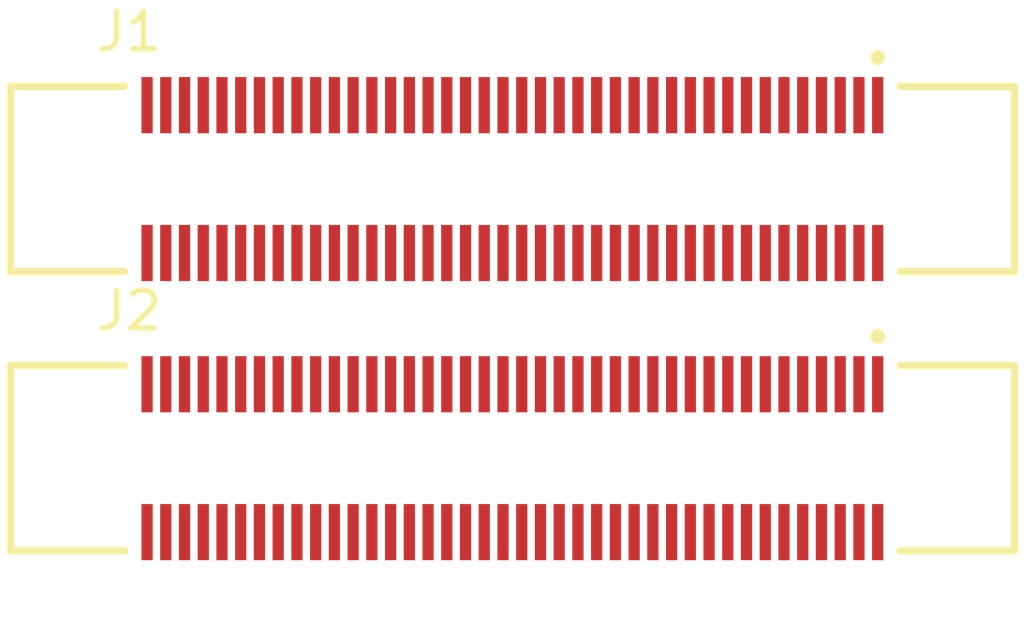
<source format=kicad_pcb>
(kicad_pcb (version 20221018) (generator pcbnew)
  (layers (0 "F.Cu" signal) (31 "B.Cu" signal) (34 "B.Paste" user) (35 "F.Paste" user) (36 "B.SilkS" user "B.Silkscreen") (37 "F.SilkS" user "F.Silkscreen") (38 "B.Mask" user) (39 "F.Mask" user) (44 "Edge.Cuts" user))
  (net 0 "")
  (footprint "pedrolib:SAMTEC_ERF5-040-05.0-X-DV" (layer "F.Cu") (at 127.46 93.99)
    (fp_text reference "J1" (at -10.225 -3.935) (layer "F.SilkS"))
    (fp_text value "ERF5-040-05.0-X-DV")
    (fp_line (start -13.4 -2.475) (end -10.35 -2.475) (stroke (width 0.2)) (layer "F.SilkS"))
    (fp_line (start -13.4 2.475) (end -13.4 -2.475) (stroke (width 0.2)) (layer "F.SilkS"))
    (fp_line (start -10.35 2.475) (end -13.4 2.475) (stroke (width 0.2)) (layer "F.SilkS"))
    (fp_line (start 10.35 -2.475) (end 13.4 -2.475) (stroke (width 0.2)) (layer "F.SilkS"))
    (fp_line (start 13.4 -2.475) (end 13.4 2.475) (stroke (width 0.2)) (layer "F.SilkS"))
    (fp_line (start 13.4 2.475) (end 10.35 2.475) (stroke (width 0.2)) (layer "F.SilkS"))
    (fp_circle (center 9.75 -3.25) (end 9.85 -3.25) (stroke (width 0.2)) (fill none) (layer "F.SilkS"))
    (pad "" np_thru_hole circle (at -11.9 -1.4) (size 1.45 1.45) (drill 1.45) (layers "*.Cu" "*.Mask"))
    (pad "" np_thru_hole circle (at 11.9 -1.4) (size 1.45 1.45) (drill 1.45) (layers "*.Cu" "*.Mask"))
    (pad "01" smd rect (at 9.75 -1.975 90) (size 1.5 0.3) (layers "F.Cu" "F.Mask"))
    (pad "02" smd rect (at 9.75 1.975 90) (size 1.5 0.3) (layers "F.Cu" "F.Mask"))
    (pad "03" smd rect (at 9.25 -1.975 90) (size 1.5 0.3) (layers "F.Cu" "F.Mask"))
    (pad "04" smd rect (at 9.25 1.975 90) (size 1.5 0.3) (layers "F.Cu" "F.Mask"))
    (pad "05" smd rect (at 8.75 -1.975 90) (size 1.5 0.3) (layers "F.Cu" "F.Mask"))
    (pad "06" smd rect (at 8.75 1.975 90) (size 1.5 0.3) (layers "F.Cu" "F.Mask"))
    (pad "07" smd rect (at 8.25 -1.975 90) (size 1.5 0.3) (layers "F.Cu" "F.Mask"))
    (pad "08" smd rect (at 8.25 1.975 90) (size 1.5 0.3) (layers "F.Cu" "F.Mask"))
    (pad "09" smd rect (at 7.75 -1.975 90) (size 1.5 0.3) (layers "F.Cu" "F.Mask"))
    (pad "10" smd rect (at 7.75 1.975 90) (size 1.5 0.3) (layers "F.Cu" "F.Mask"))
    (pad "11" smd rect (at 7.25 -1.975 90) (size 1.5 0.3) (layers "F.Cu" "F.Mask"))
    (pad "12" smd rect (at 7.25 1.975 90) (size 1.5 0.3) (layers "F.Cu" "F.Mask"))
    (pad "13" smd rect (at 6.75 -1.975 90) (size 1.5 0.3) (layers "F.Cu" "F.Mask"))
    (pad "14" smd rect (at 6.75 1.975 90) (size 1.5 0.3) (layers "F.Cu" "F.Mask"))
    (pad "15" smd rect (at 6.25 -1.975 90) (size 1.5 0.3) (layers "F.Cu" "F.Mask"))
    (pad "16" smd rect (at 6.25 1.975 90) (size 1.5 0.3) (layers "F.Cu" "F.Mask"))
    (pad "17" smd rect (at 5.75 -1.975 90) (size 1.5 0.3) (layers "F.Cu" "F.Mask"))
    (pad "18" smd rect (at 5.75 1.975 90) (size 1.5 0.3) (layers "F.Cu" "F.Mask"))
    (pad "19" smd rect (at 5.25 -1.975 90) (size 1.5 0.3) (layers "F.Cu" "F.Mask"))
    (pad "20" smd rect (at 5.25 1.975 90) (size 1.5 0.3) (layers "F.Cu" "F.Mask"))
    (pad "21" smd rect (at 4.75 -1.975 90) (size 1.5 0.3) (layers "F.Cu" "F.Mask"))
    (pad "22" smd rect (at 4.75 1.975 90) (size 1.5 0.3) (layers "F.Cu" "F.Mask"))
    (pad "23" smd rect (at 4.25 -1.975 90) (size 1.5 0.3) (layers "F.Cu" "F.Mask"))
    (pad "24" smd rect (at 4.25 1.975 90) (size 1.5 0.3) (layers "F.Cu" "F.Mask"))
    (pad "25" smd rect (at 3.75 -1.975 90) (size 1.5 0.3) (layers "F.Cu" "F.Mask"))
    (pad "26" smd rect (at 3.75 1.975 90) (size 1.5 0.3) (layers "F.Cu" "F.Mask"))
    (pad "27" smd rect (at 3.25 -1.975 90) (size 1.5 0.3) (layers "F.Cu" "F.Mask"))
    (pad "28" smd rect (at 3.25 1.975 90) (size 1.5 0.3) (layers "F.Cu" "F.Mask"))
    (pad "29" smd rect (at 2.75 -1.975 90) (size 1.5 0.3) (layers "F.Cu" "F.Mask"))
    (pad "30" smd rect (at 2.75 1.975 90) (size 1.5 0.3) (layers "F.Cu" "F.Mask"))
    (pad "31" smd rect (at 2.25 -1.975 90) (size 1.5 0.3) (layers "F.Cu" "F.Mask"))
    (pad "32" smd rect (at 2.25 1.975 90) (size 1.5 0.3) (layers "F.Cu" "F.Mask"))
    (pad "33" smd rect (at 1.75 -1.975 90) (size 1.5 0.3) (layers "F.Cu" "F.Mask"))
    (pad "34" smd rect (at 1.75 1.975 90) (size 1.5 0.3) (layers "F.Cu" "F.Mask"))
    (pad "35" smd rect (at 1.25 -1.975 90) (size 1.5 0.3) (layers "F.Cu" "F.Mask"))
    (pad "36" smd rect (at 1.25 1.975 90) (size 1.5 0.3) (layers "F.Cu" "F.Mask"))
    (pad "37" smd rect (at 0.75 -1.975 90) (size 1.5 0.3) (layers "F.Cu" "F.Mask"))
    (pad "38" smd rect (at 0.75 1.975 90) (size 1.5 0.3) (layers "F.Cu" "F.Mask"))
    (pad "39" smd rect (at 0.25 -1.975 90) (size 1.5 0.3) (layers "F.Cu" "F.Mask"))
    (pad "40" smd rect (at 0.25 1.975 90) (size 1.5 0.3) (layers "F.Cu" "F.Mask"))
    (pad "41" smd rect (at -0.25 -1.975 90) (size 1.5 0.3) (layers "F.Cu" "F.Mask"))
    (pad "42" smd rect (at -0.25 1.975 90) (size 1.5 0.3) (layers "F.Cu" "F.Mask"))
    (pad "43" smd rect (at -0.75 -1.975 90) (size 1.5 0.3) (layers "F.Cu" "F.Mask"))
    (pad "44" smd rect (at -0.75 1.975 90) (size 1.5 0.3) (layers "F.Cu" "F.Mask"))
    (pad "45" smd rect (at -1.25 -1.975 90) (size 1.5 0.3) (layers "F.Cu" "F.Mask"))
    (pad "46" smd rect (at -1.25 1.975 90) (size 1.5 0.3) (layers "F.Cu" "F.Mask"))
    (pad "47" smd rect (at -1.75 -1.975 90) (size 1.5 0.3) (layers "F.Cu" "F.Mask"))
    (pad "48" smd rect (at -1.75 1.975 90) (size 1.5 0.3) (layers "F.Cu" "F.Mask"))
    (pad "49" smd rect (at -2.25 -1.975 90) (size 1.5 0.3) (layers "F.Cu" "F.Mask"))
    (pad "50" smd rect (at -2.25 1.975 90) (size 1.5 0.3) (layers "F.Cu" "F.Mask"))
    (pad "51" smd rect (at -2.75 -1.975 90) (size 1.5 0.3) (layers "F.Cu" "F.Mask"))
    (pad "52" smd rect (at -2.75 1.975 90) (size 1.5 0.3) (layers "F.Cu" "F.Mask"))
    (pad "53" smd rect (at -3.25 -1.975 90) (size 1.5 0.3) (layers "F.Cu" "F.Mask"))
    (pad "54" smd rect (at -3.25 1.975 90) (size 1.5 0.3) (layers "F.Cu" "F.Mask"))
    (pad "55" smd rect (at -3.75 -1.975 90) (size 1.5 0.3) (layers "F.Cu" "F.Mask"))
    (pad "56" smd rect (at -3.75 1.975 90) (size 1.5 0.3) (layers "F.Cu" "F.Mask"))
    (pad "57" smd rect (at -4.25 -1.975 90) (size 1.5 0.3) (layers "F.Cu" "F.Mask"))
    (pad "58" smd rect (at -4.25 1.975 90) (size 1.5 0.3) (layers "F.Cu" "F.Mask"))
    (pad "59" smd rect (at -4.75 -1.975 90) (size 1.5 0.3) (layers "F.Cu" "F.Mask"))
    (pad "60" smd rect (at -4.75 1.975 90) (size 1.5 0.3) (layers "F.Cu" "F.Mask"))
    (pad "61" smd rect (at -5.25 -1.975 90) (size 1.5 0.3) (layers "F.Cu" "F.Mask"))
    (pad "62" smd rect (at -5.25 1.975 90) (size 1.5 0.3) (layers "F.Cu" "F.Mask"))
    (pad "63" smd rect (at -5.75 -1.975 90) (size 1.5 0.3) (layers "F.Cu" "F.Mask"))
    (pad "64" smd rect (at -5.75 1.975 90) (size 1.5 0.3) (layers "F.Cu" "F.Mask"))
    (pad "65" smd rect (at -6.25 -1.975 90) (size 1.5 0.3) (layers "F.Cu" "F.Mask"))
    (pad "66" smd rect (at -6.25 1.975 90) (size 1.5 0.3) (layers "F.Cu" "F.Mask"))
    (pad "67" smd rect (at -6.75 -1.975 90) (size 1.5 0.3) (layers "F.Cu" "F.Mask"))
    (pad "68" smd rect (at -6.75 1.975 90) (size 1.5 0.3) (layers "F.Cu" "F.Mask"))
    (pad "69" smd rect (at -7.25 -1.975 90) (size 1.5 0.3) (layers "F.Cu" "F.Mask"))
    (pad "70" smd rect (at -7.25 1.975 90) (size 1.5 0.3) (layers "F.Cu" "F.Mask"))
    (pad "71" smd rect (at -7.75 -1.975 90) (size 1.5 0.3) (layers "F.Cu" "F.Mask"))
    (pad "72" smd rect (at -7.75 1.975 90) (size 1.5 0.3) (layers "F.Cu" "F.Mask"))
    (pad "73" smd rect (at -8.25 -1.975 90) (size 1.5 0.3) (layers "F.Cu" "F.Mask"))
    (pad "74" smd rect (at -8.25 1.975 90) (size 1.5 0.3) (layers "F.Cu" "F.Mask"))
    (pad "75" smd rect (at -8.75 -1.975 90) (size 1.5 0.3) (layers "F.Cu" "F.Mask"))
    (pad "76" smd rect (at -8.75 1.975 90) (size 1.5 0.3) (layers "F.Cu" "F.Mask"))
    (pad "77" smd rect (at -9.25 -1.975 90) (size 1.5 0.3) (layers "F.Cu" "F.Mask"))
    (pad "78" smd rect (at -9.25 1.975 90) (size 1.5 0.3) (layers "F.Cu" "F.Mask"))
    (pad "79" smd rect (at -9.75 -1.975 90) (size 1.5 0.3) (layers "F.Cu" "F.Mask"))
    (pad "80" smd rect (at -9.75 1.975 90) (size 1.5 0.3) (layers "F.Cu" "F.Mask"))
  )
  (footprint "pedrolib:SAMTEC_ERF5-040-05.0-X-DV" (layer "F.Cu") (at 127.46 101.445)
    (fp_text reference "J2" (at -10.225 -3.935) (layer "F.SilkS"))
    (fp_text value "ERF5-040-05.0-X-DV")
    (fp_line (start -13.4 -2.475) (end -10.35 -2.475) (stroke (width 0.2)) (layer "F.SilkS"))
    (fp_line (start -13.4 2.475) (end -13.4 -2.475) (stroke (width 0.2)) (layer "F.SilkS"))
    (fp_line (start -10.35 2.475) (end -13.4 2.475) (stroke (width 0.2)) (layer "F.SilkS"))
    (fp_line (start 10.35 -2.475) (end 13.4 -2.475) (stroke (width 0.2)) (layer "F.SilkS"))
    (fp_line (start 13.4 -2.475) (end 13.4 2.475) (stroke (width 0.2)) (layer "F.SilkS"))
    (fp_line (start 13.4 2.475) (end 10.35 2.475) (stroke (width 0.2)) (layer "F.SilkS"))
    (fp_circle (center 9.75 -3.25) (end 9.85 -3.25) (stroke (width 0.2)) (fill none) (layer "F.SilkS"))
    (pad "" np_thru_hole circle (at -11.9 -1.4) (size 1.45 1.45) (drill 1.45) (layers "*.Cu" "*.Mask"))
    (pad "" np_thru_hole circle (at 11.9 -1.4) (size 1.45 1.45) (drill 1.45) (layers "*.Cu" "*.Mask"))
    (pad "01" smd rect (at 9.75 -1.975 90) (size 1.5 0.3) (layers "F.Cu" "F.Mask"))
    (pad "02" smd rect (at 9.75 1.975 90) (size 1.5 0.3) (layers "F.Cu" "F.Mask"))
    (pad "03" smd rect (at 9.25 -1.975 90) (size 1.5 0.3) (layers "F.Cu" "F.Mask"))
    (pad "04" smd rect (at 9.25 1.975 90) (size 1.5 0.3) (layers "F.Cu" "F.Mask"))
    (pad "05" smd rect (at 8.75 -1.975 90) (size 1.5 0.3) (layers "F.Cu" "F.Mask"))
    (pad "06" smd rect (at 8.75 1.975 90) (size 1.5 0.3) (layers "F.Cu" "F.Mask"))
    (pad "07" smd rect (at 8.25 -1.975 90) (size 1.5 0.3) (layers "F.Cu" "F.Mask"))
    (pad "08" smd rect (at 8.25 1.975 90) (size 1.5 0.3) (layers "F.Cu" "F.Mask"))
    (pad "09" smd rect (at 7.75 -1.975 90) (size 1.5 0.3) (layers "F.Cu" "F.Mask"))
    (pad "10" smd rect (at 7.75 1.975 90) (size 1.5 0.3) (layers "F.Cu" "F.Mask"))
    (pad "11" smd rect (at 7.25 -1.975 90) (size 1.5 0.3) (layers "F.Cu" "F.Mask"))
    (pad "12" smd rect (at 7.25 1.975 90) (size 1.5 0.3) (layers "F.Cu" "F.Mask"))
    (pad "13" smd rect (at 6.75 -1.975 90) (size 1.5 0.3) (layers "F.Cu" "F.Mask"))
    (pad "14" smd rect (at 6.75 1.975 90) (size 1.5 0.3) (layers "F.Cu" "F.Mask"))
    (pad "15" smd rect (at 6.25 -1.975 90) (size 1.5 0.3) (layers "F.Cu" "F.Mask"))
    (pad "16" smd rect (at 6.25 1.975 90) (size 1.5 0.3) (layers "F.Cu" "F.Mask"))
    (pad "17" smd rect (at 5.75 -1.975 90) (size 1.5 0.3) (layers "F.Cu" "F.Mask"))
    (pad "18" smd rect (at 5.75 1.975 90) (size 1.5 0.3) (layers "F.Cu" "F.Mask"))
    (pad "19" smd rect (at 5.25 -1.975 90) (size 1.5 0.3) (layers "F.Cu" "F.Mask"))
    (pad "20" smd rect (at 5.25 1.975 90) (size 1.5 0.3) (layers "F.Cu" "F.Mask"))
    (pad "21" smd rect (at 4.75 -1.975 90) (size 1.5 0.3) (layers "F.Cu" "F.Mask"))
    (pad "22" smd rect (at 4.75 1.975 90) (size 1.5 0.3) (layers "F.Cu" "F.Mask"))
    (pad "23" smd rect (at 4.25 -1.975 90) (size 1.5 0.3) (layers "F.Cu" "F.Mask"))
    (pad "24" smd rect (at 4.25 1.975 90) (size 1.5 0.3) (layers "F.Cu" "F.Mask"))
    (pad "25" smd rect (at 3.75 -1.975 90) (size 1.5 0.3) (layers "F.Cu" "F.Mask"))
    (pad "26" smd rect (at 3.75 1.975 90) (size 1.5 0.3) (layers "F.Cu" "F.Mask"))
    (pad "27" smd rect (at 3.25 -1.975 90) (size 1.5 0.3) (layers "F.Cu" "F.Mask"))
    (pad "28" smd rect (at 3.25 1.975 90) (size 1.5 0.3) (layers "F.Cu" "F.Mask"))
    (pad "29" smd rect (at 2.75 -1.975 90) (size 1.5 0.3) (layers "F.Cu" "F.Mask"))
    (pad "30" smd rect (at 2.75 1.975 90) (size 1.5 0.3) (layers "F.Cu" "F.Mask"))
    (pad "31" smd rect (at 2.25 -1.975 90) (size 1.5 0.3) (layers "F.Cu" "F.Mask"))
    (pad "32" smd rect (at 2.25 1.975 90) (size 1.5 0.3) (layers "F.Cu" "F.Mask"))
    (pad "33" smd rect (at 1.75 -1.975 90) (size 1.5 0.3) (layers "F.Cu" "F.Mask"))
    (pad "34" smd rect (at 1.75 1.975 90) (size 1.5 0.3) (layers "F.Cu" "F.Mask"))
    (pad "35" smd rect (at 1.25 -1.975 90) (size 1.5 0.3) (layers "F.Cu" "F.Mask"))
    (pad "36" smd rect (at 1.25 1.975 90) (size 1.5 0.3) (layers "F.Cu" "F.Mask"))
    (pad "37" smd rect (at 0.75 -1.975 90) (size 1.5 0.3) (layers "F.Cu" "F.Mask"))
    (pad "38" smd rect (at 0.75 1.975 90) (size 1.5 0.3) (layers "F.Cu" "F.Mask"))
    (pad "39" smd rect (at 0.25 -1.975 90) (size 1.5 0.3) (layers "F.Cu" "F.Mask"))
    (pad "40" smd rect (at 0.25 1.975 90) (size 1.5 0.3) (layers "F.Cu" "F.Mask"))
    (pad "41" smd rect (at -0.25 -1.975 90) (size 1.5 0.3) (layers "F.Cu" "F.Mask"))
    (pad "42" smd rect (at -0.25 1.975 90) (size 1.5 0.3) (layers "F.Cu" "F.Mask"))
    (pad "43" smd rect (at -0.75 -1.975 90) (size 1.5 0.3) (layers "F.Cu" "F.Mask"))
    (pad "44" smd rect (at -0.75 1.975 90) (size 1.5 0.3) (layers "F.Cu" "F.Mask"))
    (pad "45" smd rect (at -1.25 -1.975 90) (size 1.5 0.3) (layers "F.Cu" "F.Mask"))
    (pad "46" smd rect (at -1.25 1.975 90) (size 1.5 0.3) (layers "F.Cu" "F.Mask"))
    (pad "47" smd rect (at -1.75 -1.975 90) (size 1.5 0.3) (layers "F.Cu" "F.Mask"))
    (pad "48" smd rect (at -1.75 1.975 90) (size 1.5 0.3) (layers "F.Cu" "F.Mask"))
    (pad "49" smd rect (at -2.25 -1.975 90) (size 1.5 0.3) (layers "F.Cu" "F.Mask"))
    (pad "50" smd rect (at -2.25 1.975 90) (size 1.5 0.3) (layers "F.Cu" "F.Mask"))
    (pad "51" smd rect (at -2.75 -1.975 90) (size 1.5 0.3) (layers "F.Cu" "F.Mask"))
    (pad "52" smd rect (at -2.75 1.975 90) (size 1.5 0.3) (layers "F.Cu" "F.Mask"))
    (pad "53" smd rect (at -3.25 -1.975 90) (size 1.5 0.3) (layers "F.Cu" "F.Mask"))
    (pad "54" smd rect (at -3.25 1.975 90) (size 1.5 0.3) (layers "F.Cu" "F.Mask"))
    (pad "55" smd rect (at -3.75 -1.975 90) (size 1.5 0.3) (layers "F.Cu" "F.Mask"))
    (pad "56" smd rect (at -3.75 1.975 90) (size 1.5 0.3) (layers "F.Cu" "F.Mask"))
    (pad "57" smd rect (at -4.25 -1.975 90) (size 1.5 0.3) (layers "F.Cu" "F.Mask"))
    (pad "58" smd rect (at -4.25 1.975 90) (size 1.5 0.3) (layers "F.Cu" "F.Mask"))
    (pad "59" smd rect (at -4.75 -1.975 90) (size 1.5 0.3) (layers "F.Cu" "F.Mask"))
    (pad "60" smd rect (at -4.75 1.975 90) (size 1.5 0.3) (layers "F.Cu" "F.Mask"))
    (pad "61" smd rect (at -5.25 -1.975 90) (size 1.5 0.3) (layers "F.Cu" "F.Mask"))
    (pad "62" smd rect (at -5.25 1.975 90) (size 1.5 0.3) (layers "F.Cu" "F.Mask"))
    (pad "63" smd rect (at -5.75 -1.975 90) (size 1.5 0.3) (layers "F.Cu" "F.Mask"))
    (pad "64" smd rect (at -5.75 1.975 90) (size 1.5 0.3) (layers "F.Cu" "F.Mask"))
    (pad "65" smd rect (at -6.25 -1.975 90) (size 1.5 0.3) (layers "F.Cu" "F.Mask"))
    (pad "66" smd rect (at -6.25 1.975 90) (size 1.5 0.3) (layers "F.Cu" "F.Mask"))
    (pad "67" smd rect (at -6.75 -1.975 90) (size 1.5 0.3) (layers "F.Cu" "F.Mask"))
    (pad "68" smd rect (at -6.75 1.975 90) (size 1.5 0.3) (layers "F.Cu" "F.Mask"))
    (pad "69" smd rect (at -7.25 -1.975 90) (size 1.5 0.3) (layers "F.Cu" "F.Mask"))
    (pad "70" smd rect (at -7.25 1.975 90) (size 1.5 0.3) (layers "F.Cu" "F.Mask"))
    (pad "71" smd rect (at -7.75 -1.975 90) (size 1.5 0.3) (layers "F.Cu" "F.Mask"))
    (pad "72" smd rect (at -7.75 1.975 90) (size 1.5 0.3) (layers "F.Cu" "F.Mask"))
    (pad "73" smd rect (at -8.25 -1.975 90) (size 1.5 0.3) (layers "F.Cu" "F.Mask"))
    (pad "74" smd rect (at -8.25 1.975 90) (size 1.5 0.3) (layers "F.Cu" "F.Mask"))
    (pad "75" smd rect (at -8.75 -1.975 90) (size 1.5 0.3) (layers "F.Cu" "F.Mask"))
    (pad "76" smd rect (at -8.75 1.975 90) (size 1.5 0.3) (layers "F.Cu" "F.Mask"))
    (pad "77" smd rect (at -9.25 -1.975 90) (size 1.5 0.3) (layers "F.Cu" "F.Mask"))
    (pad "78" smd rect (at -9.25 1.975 90) (size 1.5 0.3) (layers "F.Cu" "F.Mask"))
    (pad "79" smd rect (at -9.75 -1.975 90) (size 1.5 0.3) (layers "F.Cu" "F.Mask"))
    (pad "80" smd rect (at -9.75 1.975 90) (size 1.5 0.3) (layers "F.Cu" "F.Mask"))
  )
)
</source>
